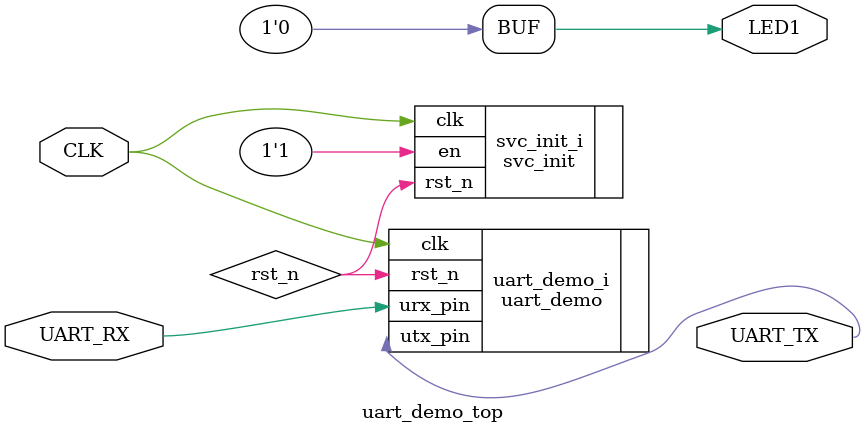
<source format=sv>
`include "svc.sv"
`include "svc_init.sv"

`include "uart_demo.sv"

module uart_demo_top (
    input  logic CLK,
    output logic LED1,
    input  logic UART_RX,
    output logic UART_TX
);
  logic rst_n;

  svc_init svc_init_i (
      .clk  (CLK),
      .en   (1'b1),
      .rst_n(rst_n)
  );

  uart_demo uart_demo_i (
      .clk    (CLK),
      .rst_n  (rst_n),
      .urx_pin(UART_RX),
      .utx_pin(UART_TX)
  );

  assign LED1 = 1'b0;

endmodule

</source>
